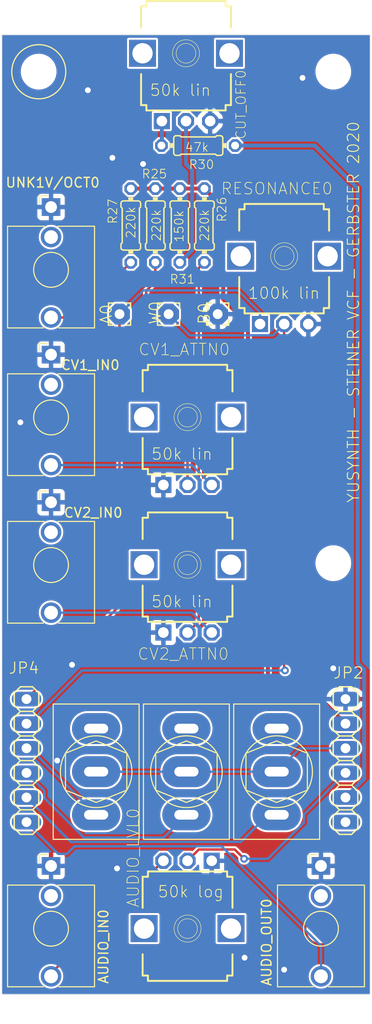
<source format=kicad_pcb>
(kicad_pcb (version 20211014) (generator pcbnew)
  (layers (0 "F.Cu" signal) (31 "B.Cu" signal) (34 "B.Paste" user) (35 "F.Paste" user) (36 "B.SilkS" user "B.Silkscreen") (37 "F.SilkS" user "F.Silkscreen") (38 "B.Mask" user) (39 "F.Mask" user) (44 "Edge.Cuts" user))
  (net 0 "")
  (net 1 "-12V")
  (net 2 "+12V")
  (net 3 "GND")
  (net 4 "/IO_RES_A")
  (net 5 "Net-(AUDIO_IN0-PadT)")
  (net 7 "/IO_AUDIO_IN")
  (net 8 "/IO_AUDIO_OUT")
  (net 10 "Net-(CUT_OFF0-Pad1)")
  (net 11 "Net-(CUT_OFF0-Pad2)")
  (net 12 "Net-(CV1_ATTN0-Pad2)")
  (net 13 "Net-(CV1_ATTN0-Pad3)")
  (net 15 "Net-(CV2_ATTN0-Pad2)")
  (net 16 "Net-(CV2_ATTN0-Pad3)")
  (net 18 "/IO_CV_IN")
  (net 19 "/IO_SELECT_IN")
  (net 20 "/IO_HP_IN")
  (net 21 "/IO_BP_IN")
  (net 22 "/IO_LP_IN")
  (net 23 "/IO_RES_B")
  (net 24 "Net-(R27-Pad2)")
  (footprint "MountingHole:MountingHole_3.2mm_M3" (layer "F.Cu") (at 163.75 110.025)
    (fp_text reference "REF**" hide)
    (fp_text value "MountingHole_3.2mm_M3" hide)
    (pad "" np_thru_hole circle (at 0 0) (size 3.2 3.2) (drill 3.2) (layers *.Cu *.Mask))
  )
  (footprint "ioboard:0204_7" (layer "F.Cu") (at 147.8661 75.1586 -90)
    (fp_text reference "R31" (at 5.5403 1.1025 180) (layer "F.SilkS") (effects (font (size 0.901446 0.901446) (thickness 0.089154)) (justify left)))
    (fp_text value "150k" (at -1.6256 0.0826 90) (layer "F.SilkS") (effects (font (size 0.901446 0.901446) (thickness 0.089154)) (justify right)))
    (pad "1" thru_hole roundrect (at -3.81 0 270) (size 1.3208 1.3208) (drill 0.8128) (layers *.Cu *.Mask) (chamfer_ratio 0.2928932188) (chamfer top_left top_right bottom_left bottom_right) (net 18 "/IO_CV_IN"))
    (pad "2" thru_hole roundrect (at 3.81 0 270) (size 1.3208 1.3208) (drill 0.8128) (layers *.Cu *.Mask) (chamfer_ratio 0.2928932188) (chamfer top_left top_right bottom_left bottom_right) (net 11 "Net-(CUT_OFF0-Pad2)"))
  )
  (footprint "Connector_Audio:Jack_3.5mm_QingPu_WQP-PJ398SM_Vertical_CircularHoles" (layer "F.Cu") (at 134.5311 141.2786)
    (fp_text reference "AUDIO_IN0" (at 5.4275 8.3203 270) (layer "F.SilkS"))
    (fp_text value "AudioJack2_SwitchT" hide)
    (pad "S" thru_hole rect (at 0 0 180) (size 1.93 1.83) (drill 1.22) (layers *.Cu *.Mask) (net 3 "GND"))
    (pad "T" thru_hole circle (at 0 11.4 180) (size 2.13 2.13) (drill 1.43) (layers *.Cu *.Mask) (net 5 "Net-(AUDIO_IN0-PadT)"))
    (pad "TN" thru_hole circle (at 0 3.1 180) (size 2.13 2.13) (drill 1.42) (layers *.Cu *.Mask))
    (zone (net 0) (net_name "") (layer "F.Cu") (connect_pads (clearance 0)) (min_thickness 0.254)
      (keepout (tracks not_allowed) (vias not_allowed) (pads not_allowed) (copperpour not_allowed) (footprints not_allowed))
      (fill (thermal_gap 0.508) (thermal_bridge_width 0.508))
      (polygon (pts (xy 136.036241 147.7586) (xy 136.01603 147.512771) (xy 135.955941 147.273545) (xy 135.857586 147.047344) (xy 135.723608 146.840245) (xy 135.557604 146.65781) (xy 135.364032 146.504936) (xy 135.148092 146.385731) (xy 134.915582 146.303394) (xy 134.672746 146.260139) (xy 134.426107 146.257125) (xy 134.182287 146.294435) (xy 133.947834 146.371066) (xy 133.729046 146.48496) (xy 133.531797 146.633058) (xy 133.361386 146.811384) (xy 133.222388 147.015148) (xy 133.118536 147.238878) (xy 133.052619 147.476565) (xy 133.026408 147.721826) (xy 133.040607 147.968075) (xy 133.094834 148.208699) (xy 133.187632 148.437234) (xy 133.316511 148.647545) (xy 133.478008 148.833982) (xy 133.667787 148.991539) (xy 133.88075 149.115985) (xy 134.111179 149.203977) (xy 134.352885 149.253153) (xy 134.599378 149.262192) (xy 134.844036 149.23085) (xy 135.080291 149.15997) (xy 135.301797 149.051456) (xy 135.502605 148.908221) (xy 135.677323 148.734112) (xy 135.821258 148.533805) (xy 135.930545 148.312679) (xy 136.002249 148.076674) (xy 136.034444 147.832126)))
    )
  )
  (footprint "ioboard:2,15_1,0" (layer "F.Cu") (at 146.7011 84.3086 90)
    (fp_text reference "W0" (at -1.143 -1.397 90) (layer "F.SilkS") (effects (font (size 1.1557 1.1557) (thickness 0.1143)) (justify left)))
    (fp_text value "2,15/1,0" (at 0 -1 90) (layer "F.SilkS") (effects (font (size 0.023531 0.023531) (thickness 0.001869)) (justify left)))
    (pad "1" thru_hole roundrect (at 0 0 90) (size 2.159 2.159) (drill 1.016) (layers *.Cu *.Mask) (chamfer_ratio 0.2928932188) (chamfer top_left top_right bottom_left bottom_right) (net 23 "/IO_RES_B"))
  )
  (footprint "ioboard:EVUF" (layer "F.Cu") (at 148.6611 110.1836)
    (fp_text reference "CV2_ATTN0" (at 4.345 9.215) (layer "F.SilkS") (effects (font (size 1.191484 1.191484) (thickness 0.078516)) (justify right)))
    (fp_text value "50k lin" (at -3.81 3.81) (layer "F.SilkS") (effects (font (size 1.176528 1.176528) (thickness 0.093472)) (justify left)))
    (pad "1" thru_hole rect (at -2.5 7 270) (size 1.6764 1.6764) (drill 1.1) (layers *.Cu *.Mask) (net 3 "GND"))
    (pad "2" thru_hole roundrect (at 0 7 270) (size 1.6764 1.6764) (drill 1.1) (layers *.Cu *.Mask) (chamfer_ratio 0.2928932188) (chamfer top_left top_right bottom_left bottom_right) (net 15 "Net-(CV2_ATTN0-Pad2)"))
    (pad "3" thru_hole roundrect (at 2.5 7 270) (size 1.6764 1.6764) (drill 1.1) (layers *.Cu *.Mask) (chamfer_ratio 0.2928932188) (chamfer top_left top_right bottom_left bottom_right) (net 16 "Net-(CV2_ATTN0-Pad3)"))
    (pad "M1" thru_hole rect (at 4.5 0 270) (size 2.8 2.8) (drill 2.1) (layers *.Cu *.Mask))
    (pad "M2" thru_hole rect (at -4.5 0 270) (size 2.8 2.8) (drill 2.1) (layers *.Cu *.Mask))
  )
  (footprint "ioboard:EVUF" (layer "F.Cu") (at 148.6611 147.7486 180)
    (fp_text reference "AUDIO_LVL0" (at 5.6275 2.1297 90) (layer "F.SilkS") (effects (font (size 1.191484 1.191484) (thickness 0.078516)) (justify left)))
    (fp_text value "50k log" (at -3.81 3.81) (layer "F.SilkS") (effects (font (size 1.176528 1.176528) (thickness 0.093472)) (justify right)))
    (pad "1" thru_hole rect (at -2.5 7 90) (size 1.6764 1.6764) (drill 1.1) (layers *.Cu *.Mask) (net 3 "GND"))
    (pad "2" thru_hole roundrect (at 0 7 90) (size 1.6764 1.6764) (drill 1.1) (layers *.Cu *.Mask) (chamfer_ratio 0.2928932188) (chamfer top_left top_right bottom_left bottom_right) (net 7 "/IO_AUDIO_IN"))
    (pad "3" thru_hole roundrect (at 2.5 7 90) (size 1.6764 1.6764) (drill 1.1) (layers *.Cu *.Mask) (chamfer_ratio 0.2928932188) (chamfer top_left top_right bottom_left bottom_right) (net 5 "Net-(AUDIO_IN0-PadT)"))
    (pad "M1" thru_hole rect (at 4.5 0 90) (size 2.8 2.8) (drill 2.1) (layers *.Cu *.Mask))
    (pad "M2" thru_hole rect (at -4.5 0 90) (size 2.8 2.8) (drill 2.1) (layers *.Cu *.Mask))
  )
  (footprint "Library:SW_Toggle_Blue_wSlots" (layer "F.Cu") (at 148.5425 131.55 90)
    (fp_text reference "SW2" hide)
    (fp_text value "SW_SPDT" hide)
    (pad "1" thru_hole oval (at -4.45 0 90) (size 3.2 5) (drill oval 1 2.5) (layers *.Cu) (net 21 "/IO_BP_IN"))
    (pad "2" thru_hole oval (at 0 0 90) (size 3.2 5) (drill oval 1 2.5) (layers *.Cu) (net 19 "/IO_SELECT_IN"))
    (pad "3" thru_hole oval (at 4.45 0 90) (size 3.2 5) (drill oval 1 2.5) (layers *.Cu))
  )
  (footprint "ioboard:0204_7" (layer "F.Cu") (at 150.4061 75.1586 -90)
    (fp_text reference "R26" (at -0.295 -1.8096 90) (layer "F.SilkS") (effects (font (size 0.901446 0.901446) (thickness 0.089154)) (justify left)))
    (fp_text value "220k" (at -1.7256 -0.0174 90) (layer "F.SilkS") (effects (font (size 0.901446 0.901446) (thickness 0.089154)) (justify right)))
    (pad "1" thru_hole roundrect (at -3.81 0 270) (size 1.3208 1.3208) (drill 0.8128) (layers *.Cu *.Mask) (chamfer_ratio 0.2928932188) (chamfer top_left top_right bottom_left bottom_right) (net 18 "/IO_CV_IN"))
    (pad "2" thru_hole roundrect (at 3.81 0 270) (size 1.3208 1.3208) (drill 0.8128) (layers *.Cu *.Mask) (chamfer_ratio 0.2928932188) (chamfer top_left top_right bottom_left bottom_right) (net 15 "Net-(CV2_ATTN0-Pad2)"))
  )
  (footprint "ioboard:1X06" (layer "F.Cu") (at 131.9911 130.4036 90)
    (fp_text reference "JP4" (at 9.55 1.38) (layer "F.SilkS") (effects (font (size 1.1557 1.1557) (thickness 0.1143)) (justify right)))
    (fp_text value "PINHD-1X6" hide)
    (pad "1" thru_hole oval (at -6.35 0 180) (size 3.048 1.524) (drill 1.016) (layers *.Cu *.Mask) (net 8 "/IO_AUDIO_OUT"))
    (pad "2" thru_hole oval (at -3.81 0 180) (size 3.048 1.524) (drill 1.016) (layers *.Cu *.Mask) (net 20 "/IO_HP_IN"))
    (pad "3" thru_hole oval (at -1.27 0 180) (size 3.048 1.524) (drill 1.016) (layers *.Cu *.Mask) (net 21 "/IO_BP_IN"))
    (pad "4" thru_hole oval (at 1.27 0 180) (size 3.048 1.524) (drill 1.016) (layers *.Cu *.Mask) (net 22 "/IO_LP_IN"))
    (pad "5" thru_hole oval (at 3.81 0 180) (size 3.048 1.524) (drill 1.016) (layers *.Cu *.Mask) (net 23 "/IO_RES_B"))
    (pad "6" thru_hole oval (at 6.35 0 180) (size 3.048 1.524) (drill 1.016) (layers *.Cu *.Mask) (net 4 "/IO_RES_A"))
  )
  (footprint "ioboard:2,15_1,0" (layer "F.Cu") (at 141.6211 84.3086 90)
    (fp_text reference "A0" (at -1.143 -1.397 90) (layer "F.SilkS") (effects (font (size 1.1557 1.1557) (thickness 0.1143)) (justify left)))
    (fp_text value "2,15/1,0" (at 0 -1 90) (layer "F.SilkS") (effects (font (size 0.023531 0.023531) (thickness 0.001869)) (justify left)))
    (pad "1" thru_hole roundrect (at 0 0 90) (size 2.159 2.159) (drill 1.016) (layers *.Cu *.Mask) (chamfer_ratio 0.2928932188) (chamfer top_left top_right bottom_left bottom_right) (net 4 "/IO_RES_A"))
  )
  (footprint "MountingHole:MountingHole_3.2mm_M3" (layer "F.Cu") (at 133.25 59.275)
    (fp_text reference "REF**" hide)
    (fp_text value "MountingHole_3.2mm_M3" hide)
    (pad "" np_thru_hole circle (at 0 0) (size 3.2 3.2) (drill 3.2) (layers *.Cu *.Mask))
  )
  (footprint "ioboard:EVUF" (layer "F.Cu") (at 148.6611 94.9436)
    (fp_text reference "CV1_ATTN0" (at 4.445 -6.985) (layer "F.SilkS") (effects (font (size 1.191484 1.191484) (thickness 0.078516)) (justify right)))
    (fp_text value "50k lin" (at -3.81 3.81) (layer "F.SilkS") (effects (font (size 1.176528 1.176528) (thickness 0.093472)) (justify left)))
    (pad "1" thru_hole rect (at -2.5 7 270) (size 1.6764 1.6764) (drill 1.1) (layers *.Cu *.Mask) (net 3 "GND"))
    (pad "2" thru_hole roundrect (at 0 7 270) (size 1.6764 1.6764) (drill 1.1) (layers *.Cu *.Mask) (chamfer_ratio 0.2928932188) (chamfer top_left top_right bottom_left bottom_right) (net 12 "Net-(CV1_ATTN0-Pad2)"))
    (pad "3" thru_hole roundrect (at 2.5 7 270) (size 1.6764 1.6764) (drill 1.1) (layers *.Cu *.Mask) (chamfer_ratio 0.2928932188) (chamfer top_left top_right bottom_left bottom_right) (net 13 "Net-(CV1_ATTN0-Pad3)"))
    (pad "M1" thru_hole rect (at 4.5 0 270) (size 2.8 2.8) (drill 2.1) (layers *.Cu *.Mask))
    (pad "M2" thru_hole rect (at -4.5 0 270) (size 2.8 2.8) (drill 2.1) (layers *.Cu *.Mask))
  )
  (footprint "ioboard:EVUF" (layer "F.Cu") (at 148.5011 57.3786)
    (fp_text reference "CUT_OFF0" (at 5.6875 1.6453 90) (layer "F.SilkS") (effects (font (size 0.988284 0.988284) (thickness 0.078516)) (justify right)))
    (fp_text value "50k lin" (at -3.81 3.81) (layer "F.SilkS") (effects (font (size 1.176528 1.176528) (thickness 0.093472)) (justify left)))
    (pad "1" thru_hole rect (at -2.5 7 270) (size 1.6764 1.6764) (drill 1.1) (layers *.Cu *.Mask) (net 10 "Net-(CUT_OFF0-Pad1)"))
    (pad "2" thru_hole roundrect (at 0 7 270) (size 1.6764 1.6764) (drill 1.1) (layers *.Cu *.Mask) (chamfer_ratio 0.2928932188) (chamfer top_left top_right bottom_left bottom_right) (net 11 "Net-(CUT_OFF0-Pad2)"))
    (pad "3" thru_hole roundrect (at 2.5 7 270) (size 1.6764 1.6764) (drill 1.1) (layers *.Cu *.Mask) (chamfer_ratio 0.2928932188) (chamfer top_left top_right bottom_left bottom_right) (net 3 "GND"))
    (pad "M1" thru_hole rect (at 4.5 0 270) (size 2.8 2.8) (drill 2.1) (layers *.Cu *.Mask))
    (pad "M2" thru_hole rect (at -4.5 0 270) (size 2.8 2.8) (drill 2.1) (layers *.Cu *.Mask))
  )
  (footprint "Library:SW_Toggle_Blue_wSlots" (layer "F.Cu") (at 139.2 131.55 90)
    (fp_text reference "SW1" hide)
    (fp_text value "SW_SPDT" hide)
    (pad "1" thru_hole oval (at -4.45 0 90) (size 3.2 5) (drill oval 1 2.5) (layers *.Cu) (net 22 "/IO_LP_IN"))
    (pad "2" thru_hole oval (at 0 0 90) (size 3.2 5) (drill oval 1 2.5) (layers *.Cu) (net 19 "/IO_SELECT_IN"))
    (pad "3" thru_hole oval (at 4.45 0 90) (size 3.2 5) (drill oval 1 2.5) (layers *.Cu))
  )
  (footprint "ioboard:0204_7" (layer "F.Cu") (at 145.3261 75.1586 -90)
    (fp_text reference "R25" (at -5.3197 1.4625 180) (layer "F.SilkS") (effects (font (size 0.901446 0.901446) (thickness 0.089154)) (justify left)))
    (fp_text value "220k" (at -1.7256 -0.1174 90) (layer "F.SilkS") (effects (font (size 0.901446 0.901446) (thickness 0.089154)) (justify right)))
    (pad "1" thru_hole roundrect (at -3.81 0 270) (size 1.3208 1.3208) (drill 0.8128) (layers *.Cu *.Mask) (chamfer_ratio 0.2928932188) (chamfer top_left top_right bottom_left bottom_right) (net 18 "/IO_CV_IN"))
    (pad "2" thru_hole roundrect (at 3.81 0 270) (size 1.3208 1.3208) (drill 0.8128) (layers *.Cu *.Mask) (chamfer_ratio 0.2928932188) (chamfer top_left top_right bottom_left bottom_right) (net 12 "Net-(CV1_ATTN0-Pad2)"))
  )
  (footprint "Connector_Audio:Jack_3.5mm_QingPu_WQP-PJ398SM_Vertical_CircularHoles" (layer "F.Cu") (at 134.5311 73.2536)
    (fp_text reference "UNK1V/OCT0" (at 0.17 -2.52 180) (layer "F.SilkS"))
    (fp_text value "WQP-PJ301M-12_JACK" hide)
    (pad "S" thru_hole rect (at 0 0 180) (size 1.93 1.83) (drill 1.22) (layers *.Cu *.Mask) (net 3 "GND"))
    (pad "T" thru_hole circle (at 0 11.4 180) (size 2.13 2.13) (drill 1.43) (layers *.Cu *.Mask) (net 24 "Net-(R27-Pad2)"))
    (pad "TN" thru_hole circle (at 0 3.1 180) (size 2.13 2.13) (drill 1.42) (layers *.Cu *.Mask))
    (zone (net 0) (net_name "") (layer "F.Cu") (connect_pads (clearance 0)) (min_thickness 0.254)
      (keepout (tracks not_allowed) (vias not_allowed) (pads not_allowed) (copperpour not_allowed) (footprints not_allowed))
      (fill (thermal_gap 0.508) (thermal_bridge_width 0.508))
      (polygon (pts (xy 136.036241 79.7336) (xy 136.01603 79.487771) (xy 135.955941 79.248545) (xy 135.857586 79.022344) (xy 135.723608 78.815245) (xy 135.557604 78.63281) (xy 135.364032 78.479936) (xy 135.148092 78.360731) (xy 134.915582 78.278394) (xy 134.672746 78.235139) (xy 134.426107 78.232125) (xy 134.182287 78.269435) (xy 133.947834 78.346066) (xy 133.729046 78.45996) (xy 133.531797 78.608058) (xy 133.361386 78.786384) (xy 133.222388 78.990148) (xy 133.118536 79.213878) (xy 133.052619 79.451565) (xy 133.026408 79.696826) (xy 133.040607 79.943075) (xy 133.094834 80.183699) (xy 133.187632 80.412234) (xy 133.316511 80.622545) (xy 133.478008 80.808982) (xy 133.667787 80.966539) (xy 133.88075 81.090985) (xy 134.111179 81.178977) (xy 134.352885 81.228153) (xy 134.599378 81.237192) (xy 134.844036 81.20585) (xy 135.080291 81.13497) (xy 135.301797 81.026456) (xy 135.502605 80.883221) (xy 135.677323 80.709112) (xy 135.821258 80.508805) (xy 135.930545 80.287679) (xy 136.002249 80.051674) (xy 136.034444 79.807126)))
    )
  )
  (footprint "Connector_Audio:Jack_3.5mm_QingPu_WQP-PJ398SM_Vertical_CircularHoles" (layer "F.Cu") (at 134.5311 88.4936)
    (fp_text reference "CV1_IN0" (at 4.07 1.08 180) (layer "F.SilkS"))
    (fp_text value "AudioJack2_SwitchT" hide)
    (pad "S" thru_hole rect (at 0 0 180) (size 1.93 1.83) (drill 1.22) (layers *.Cu *.Mask) (net 3 "GND"))
    (pad "T" thru_hole circle (at 0 11.4 180) (size 2.13 2.13) (drill 1.43) (layers *.Cu *.Mask) (net 13 "Net-(CV1_ATTN0-Pad3)"))
    (pad "TN" thru_hole circle (at 0 3.1 180) (size 2.13 2.13) (drill 1.42) (layers *.Cu *.Mask))
    (zone (net 0) (net_name "") (layer "F.Cu") (connect_pads (clearance 0)) (min_thickness 0.254)
      (keepout (tracks not_allowed) (vias not_allowed) (pads not_allowed) (copperpour not_allowed) (footprints not_allowed))
      (fill (thermal_gap 0.508) (thermal_bridge_width 0.508))
      (polygon (pts (xy 136.036241 94.9736) (xy 136.01603 94.727771) (xy 135.955941 94.488545) (xy 135.857586 94.262344) (xy 135.723608 94.055245) (xy 135.557604 93.87281) (xy 135.364032 93.719936) (xy 135.148092 93.600731) (xy 134.915582 93.518394) (xy 134.672746 93.475139) (xy 134.426107 93.472125) (xy 134.182287 93.509435) (xy 133.947834 93.586066) (xy 133.729046 93.69996) (xy 133.531797 93.848058) (xy 133.361386 94.026384) (xy 133.222388 94.230148) (xy 133.118536 94.453878) (xy 133.052619 94.691565) (xy 133.026408 94.936826) (xy 133.040607 95.183075) (xy 133.094834 95.423699) (xy 133.187632 95.652234) (xy 133.316511 95.862545) (xy 133.478008 96.048982) (xy 133.667787 96.206539) (xy 133.88075 96.330985) (xy 134.111179 96.418977) (xy 134.352885 96.468153) (xy 134.599378 96.477192) (xy 134.844036 96.44585) (xy 135.080291 96.37497) (xy 135.301797 96.266456) (xy 135.502605 96.123221) (xy 135.677323 95.949112) (xy 135.821258 95.748805) (xy 135.930545 95.527679) (xy 136.002249 95.291674) (xy 136.034444 95.047126)))
    )
  )
  (footprint "Connector_Audio:Jack_3.5mm_QingPu_WQP-PJ398SM_Vertical_CircularHoles" (layer "F.Cu") (at 162.4711 141.2786)
    (fp_text reference "AUDIO_OUT0" (at -5.63 7.88 270) (layer "F.SilkS"))
    (fp_text value "WQP-PJ301M-12_JACK" hide)
    (pad "S" thru_hole rect (at 0 0 180) (size 1.93 1.83) (drill 1.22) (layers *.Cu *.Mask) (net 3 "GND"))
    (pad "T" thru_hole circle (at 0 11.4 180) (size 2.13 2.13) (drill 1.43) (layers *.Cu *.Mask) (net 8 "/IO_AUDIO_OUT"))
    (pad "TN" thru_hole circle (at 0 3.1 180) (size 2.13 2.13) (drill 1.42) (layers *.Cu *.Mask))
    (zone (net 0) (net_name "") (layer "F.Cu") (connect_pads (clearance 0)) (min_thickness 0.254)
      (keepout (tracks not_allowed) (vias not_allowed) (pads not_allowed) (copperpour not_allowed) (footprints not_allowed))
      (fill (thermal_gap 0.508) (thermal_bridge_width 0.508))
      (polygon (pts (xy 163.976241 147.7586) (xy 163.95603 147.512771) (xy 163.895941 147.273545) (xy 163.797586 147.047344) (xy 163.663608 146.840245) (xy 163.497604 146.65781) (xy 163.304032 146.504936) (xy 163.088092 146.385731) (xy 162.855582 146.303394) (xy 162.612746 146.260139) (xy 162.366107 146.257125) (xy 162.122287 146.294435) (xy 161.887834 146.371066) (xy 161.669046 146.48496) (xy 161.471797 146.633058) (xy 161.301386 146.811384) (xy 161.162388 147.015148) (xy 161.058536 147.238878) (xy 160.992619 147.476565) (xy 160.966408 147.721826) (xy 160.980607 147.968075) (xy 161.034834 148.208699) (xy 161.127632 148.437234) (xy 161.256511 148.647545) (xy 161.418008 148.833982) (xy 161.607787 148.991539) (xy 161.82075 149.115985) (xy 162.051179 149.203977) (xy 162.292885 149.253153) (xy 162.539378 149.262192) (xy 162.784036 149.23085) (xy 163.020291 149.15997) (xy 163.241797 149.051456) (xy 163.442605 148.908221) (xy 163.617323 148.734112) (xy 163.761258 148.533805) (xy 163.870545 148.312679) (xy 163.942249 148.076674) (xy 163.974444 147.832126)))
    )
  )
  (footprint "ioboard:0204_7" (layer "F.Cu") (at 149.7711 66.9036)
    (fp_text reference "R30" (at 1.705 1.965) (layer "F.SilkS") (effects (font (size 0.901446 0.901446) (thickness 0.089154)) (justify right)))
    (fp_text value "47k" (at -1.4256 0.1826) (layer "F.SilkS") (effects (font (size 0.901446 0.901446) (thickness 0.089154)) (justify left)))
    (pad "1" thru_hole roundrect (at -3.81 0) (size 1.3208 1.3208) (drill 0.8128) (layers *.Cu *.Mask) (chamfer_ratio 0.2928932188) (chamfer top_left top_right bottom_left bottom_right) (net 10 "Net-(CUT_OFF0-Pad1)"))
    (pad "2" thru_hole roundrect (at 3.81 0) (size 1.3208 1.3208) (drill 0.8128) (layers *.Cu *.Mask) (chamfer_ratio 0.2928932188) (chamfer top_left top_right bottom_left bottom_right) (net 2 "+12V"))
  )
  (footprint "Connector_Audio:Jack_3.5mm_QingPu_WQP-PJ398SM_Vertical_CircularHoles" (layer "F.Cu") (at 134.5311 103.7336)
    (fp_text reference "CV2_IN0" (at 4.37 1.08 180) (layer "F.SilkS"))
    (fp_text value "WQP-PJ301M-12_JACK" hide)
    (pad "S" thru_hole rect (at 0 0 180) (size 1.93 1.83) (drill 1.22) (layers *.Cu *.Mask) (net 3 "GND"))
    (pad "T" thru_hole circle (at 0 11.4 180) (size 2.13 2.13) (drill 1.43) (layers *.Cu *.Mask) (net 16 "Net-(CV2_ATTN0-Pad3)"))
    (pad "TN" thru_hole circle (at 0 3.1 180) (size 2.13 2.13) (drill 1.42) (layers *.Cu *.Mask))
    (zone (net 0) (net_name "") (layer "F.Cu") (connect_pads (clearance 0)) (min_thickness 0.254)
      (keepout (tracks not_allowed) (vias not_allowed) (pads not_allowed) (copperpour not_allowed) (footprints not_allowed))
      (fill (thermal_gap 0.508) (thermal_bridge_width 0.508))
      (polygon (pts (xy 136.036241 110.2136) (xy 136.01603 109.967771) (xy 135.955941 109.728545) (xy 135.857586 109.502344) (xy 135.723608 109.295245) (xy 135.557604 109.11281) (xy 135.364032 108.959936) (xy 135.148092 108.840731) (xy 134.915582 108.758394) (xy 134.672746 108.715139) (xy 134.426107 108.712125) (xy 134.182287 108.749435) (xy 133.947834 108.826066) (xy 133.729046 108.93996) (xy 133.531797 109.088058) (xy 133.361386 109.266384) (xy 133.222388 109.470148) (xy 133.118536 109.693878) (xy 133.052619 109.931565) (xy 133.026408 110.176826) (xy 133.040607 110.423075) (xy 133.094834 110.663699) (xy 133.187632 110.892234) (xy 133.316511 111.102545) (xy 133.478008 111.288982) (xy 133.667787 111.446539) (xy 133.88075 111.570985) (xy 134.111179 111.658977) (xy 134.352885 111.708153) (xy 134.599378 111.717192) (xy 134.844036 111.68585) (xy 135.080291 111.61497) (xy 135.301797 111.506456) (xy 135.502605 111.363221) (xy 135.677323 111.189112) (xy 135.821258 110.988805) (xy 135.930545 110.767679) (xy 136.002249 110.531674) (xy 136.034444 110.287126)))
    )
  )
  (footprint "ioboard:1X06" (layer "F.Cu") (at 165.0111 130.4036 -90)
    (fp_text reference "JP2" (at -9.055 1.33 180) (layer "F.SilkS") (effects (font (size 1.1557 1.1557) (thickness 0.1143)) (justify left)))
    (fp_text value "PINHD-1X6" hide)
    (pad "1" thru_hole oval (at -6.35 0) (size 3.048 1.524) (drill 1.016) (layers *.Cu *.Mask) (net 3 "GND"))
    (pad "2" thru_hole oval (at -3.81 0) (size 3.048 1.524) (drill 1.016) (layers *.Cu *.Mask) (net 18 "/IO_CV_IN"))
    (pad "3" thru_hole oval (at -1.27 0) (size 3.048 1.524) (drill 1.016) (layers *.Cu *.Mask) (net 19 "/IO_SELECT_IN"))
    (pad "4" thru_hole oval (at 1.27 0) (size 3.048 1.524) (drill 1.016) (layers *.Cu *.Mask) (net 7 "/IO_AUDIO_IN"))
    (pad "5" thru_hole oval (at 3.81 0) (size 3.048 1.524) (drill 1.016) (layers *.Cu *.Mask) (net 2 "+12V"))
    (pad "6" thru_hole oval (at 6.35 0) (size 3.048 1.524) (drill 1.016) (layers *.Cu *.Mask) (net 1 "-12V"))
  )
  (footprint "Library:SW_Toggle_Blue_wSlots" (layer "F.Cu") (at 157.885 131.55 90)
    (fp_text reference "SW3" hide)
    (fp_text value "SW_SPDT" hide)
    (pad "1" thru_hole oval (at -4.45 0 90) (size 3.2 5) (drill oval 1 2.5) (layers *.Cu) (net 20 "/IO_HP_IN"))
    (pad "2" thru_hole oval (at 0 0 90) (size 3.2 5) (drill oval 1 2.5) (layers *.Cu) (net 19 "/IO_SELECT_IN"))
    (pad "3" thru_hole oval (at 4.45 0 90) (size 3.2 5) (drill oval 1 2.5) (layers *.Cu))
  )
  (footprint "ioboard:2,15_1,0" (layer "F.Cu") (at 151.7811 84.3086 90)
    (fp_text reference "B0" (at -1.143 -1.397 90) (layer "F.SilkS") (effects (font (size 1.1557 1.1557) (thickness 0.1143)) (justify left)))
    (fp_text value "2,15/1,0" (at 0 -1 90) (layer "F.SilkS") (effects (font (size 0.023531 0.023531) (thickness 0.001869)) (justify left)))
    (pad "1" thru_hole roundrect (at 0 0 90) (size 2.159 2.159) (drill 1.016) (layers *.Cu *.Mask) (chamfer_ratio 0.2928932188) (chamfer top_left top_right bottom_left bottom_right) (net 3 "GND"))
  )
  (footprint "ioboard:EVUF" (layer "F.Cu") (at 158.6611 78.3336)
    (fp_text reference "RESONANCE0" (at 5.08 -6.985) (layer "F.SilkS") (effects (font (size 1.191484 1.191484) (thickness 0.078516)) (justify right)))
    (fp_text value "100k lin" (at -3.81 3.81) (layer "F.SilkS") (effects (font (size 1.176528 1.176528) (thickness 0.093472)) (justify left)))
    (pad "1" thru_hole rect (at -2.5 7 270) (size 1.6764 1.6764) (drill 1.1) (layers *.Cu *.Mask) (net 4 "/IO_RES_A"))
    (pad "2" thru_hole roundrect (at 0 7 270) (size 1.6764 1.6764) (drill 1.1) (layers *.Cu *.Mask) (chamfer_ratio 0.2928932188) (chamfer top_left top_right bottom_left bottom_right) (net 23 "/IO_RES_B"))
    (pad "3" thru_hole roundrect (at 2.5 7 270) (size 1.6764 1.6764) (drill 1.1) (layers *.Cu *.Mask) (chamfer_ratio 0.2928932188) (chamfer top_left top_right bottom_left bottom_right) (net 3 "GND"))
    (pad "M1" thru_hole rect (at 4.5 0 270) (size 2.8 2.8) (drill 2.1) (layers *.Cu *.Mask))
    (pad "M2" thru_hole rect (at -4.5 0 270) (size 2.8 2.8) (drill 2.1) (layers *.Cu *.Mask))
  )
  (footprint "ioboard:0204_7" (layer "F.Cu") (at 142.7861 75.1586 -90)
    (fp_text reference "R27" (at -0.095 1.865 90) (layer "F.SilkS") (effects (font (size 0.901446 0.901446) (thickness 0.089154)) (justify left)))
    (fp_text value "220k" (at -2.0256 -0.0174 90) (layer "F.SilkS") (effects (font (size 0.901446 0.901446) (thickness 0.089154)) (justify right)))
    (pad "1" thru_hole roundrect (at -3.81 0 270) (size 1.3208 1.3208) (drill 0.8128) (layers *.Cu *.Mask) (chamfer_ratio 0.2928932188) (chamfer top_left top_right bottom_left bottom_right) (net 18 "/IO_CV_IN"))
    (pad "2" thru_hole roundrect (at 3.81 0 270) (size 1.3208 1.3208) (drill 0.8128) (layers *.Cu *.Mask) (chamfer_ratio 0.2928932188) (chamfer top_left top_right bottom_left bottom_right) (net 24 "Net-(R27-Pad2)"))
  )
  (footprint "MountingHole:MountingHole_3.2mm_M3" (layer "F.Cu") (at 163.75 59.275)
    (fp_text reference "REF**" hide)
    (fp_text value "MountingHole_3.2mm_M3" hide)
    (pad "" np_thru_hole circle (at 0 0) (size 3.2 3.2) (drill 3.2) (layers *.Cu *.Mask))
  )
  (gr_circle (center 133.2611 59.2836) (end 136.0551 59.2836) (layer "F.SilkS") (width 0.127) (fill none))
  (gr_line (start 129.4511 154.5336) (end 129.4511 55.4736) (layer "Edge.Cuts") (width 0.05))
  (gr_line (start 129.4511 154.5336) (end 167.5511 154.5336) (layer "Edge.Cuts") (width 0.05))
  (gr_line (start 167.5511 154.5336) (end 167.5511 55.4736) (layer "Edge.Cuts") (width 0.05))
  (gr_line (start 129.4511 55.4736) (end 167.5511 55.4736) (layer "Edge.Cuts") (width 0.05))
  (gr_text "YUSYNTH - STEINER VCF - GERBSTER 2020" (at 166.5161 103.8536 90) (layer "F.SilkS") (effects (font (size 1.1684 1.1684) (thickness 0.1016)) (justify left bottom)))
  (segment (start 166.2811 116.7089) (end 166.2811 120.369233) (width 0.4064) (layer "B.Cu") (net 2))
  (segment (start 157.3911 66.9036) (end 161.8361 66.9036) (width 0.4064) (layer "B.Cu") (net 2))
  (segment (start 166.2811 105.0036) (end 166.2811 116.7089) (width 0.4064) (layer "B.Cu") (net 2))
  (segment (start 166.9415 121.029633) (end 166.9415 132.2832) (width 0.4064) (layer "B.Cu") (net 2))
  (segment (start 161.8361 66.9036) (end 166.2811 71.3486) (width 0.4064) (layer "B.Cu") (net 2))
  (segment (start 166.9415 132.2832) (end 165.0111 134.2136) (width 0.4064) (layer "B.Cu") (net 2))
  (segment (start 166.2811 120.369233) (end 166.9415 121.029633) (width 0.4064) (layer "B.Cu") (net 2))
  (segment (start 166.2811 71.3486) (end 166.2811 105.0036) (width 0.4064) (layer "B.Cu") (net 2))
  (segment (start 153.5811 66.9036) (end 157.3911 66.9036) (width 0.4064) (layer "B.Cu") (net 2))
  (via (at 141.361965 141.536893) (size 1.0064) (drill 0.6) (layers "F.Cu" "B.Cu") (net 3))
  (via (at 163.7411 120.8786) (size 1.0064) (drill 0.6) (layers "F.Cu" "B.Cu") (net 3))
  (via (at 160.5661 59.9186) (size 1.0064) (drill 0.6) (layers "F.Cu" "B.Cu") (net 3))
  (via (at 140.8811 68.1736) (size 1.0064) (drill 0.6) (layers "F.Cu" "B.Cu") (net 3))
  (via (at 135.1661 130.4036) (size 1.0064) (drill 0.6) (layers "F.Cu" "B.Cu") (net 3))
  (via (at 144.0561 68.8086) (size 1.0064) (drill 0.6) (layers "F.Cu" "B.Cu") (net 3))
  (via (at 131.3561 95.4786) (size 1.0064) (drill 0.6) (layers "F.Cu" "B.Cu") (net 3))
  (via (at 154.5661 150.7536) (size 1.0064) (drill 0.6) (layers "F.Cu" "B.Cu") (net 3))
  (via (at 158.6611 151.9936) (size 1.0064) (drill 0.6) (layers "F.Cu" "B.Cu") (net 3))
  (via (at 136.706136 120.513636) (size 1.0064) (drill 0.6) (layers "F.Cu" "B.Cu") (net 3))
  (via (at 138.3411 61.1886) (size 1.0064) (drill 0.6) (layers "F.Cu" "B.Cu") (net 3))
  (segment (start 141.6211 84.3086) (end 141.6211 114.4236) (width 0.25) (layer "F.Cu") (net 4))
  (segment (start 141.6211 114.4236) (end 131.9911 124.0536) (width 0.25) (layer "F.Cu") (net 4))
  (segment (start 156.1611 85.3336) (end 156.1611 84.1211) (width 0.25) (layer "B.Cu") (net 4))
  (segment (start 156.1611 84.1211) (end 153.9 81.86) (width 0.25) (layer "B.Cu") (net 4))
  (segment (start 153.9 81.86) (end 144.0697 81.86) (width 0.25) (layer "B.Cu") (net 4))
  (segment (start 144.0697 81.86) (end 141.6211 84.3086) (width 0.25) (layer "B.Cu") (net 4))
  (segment (start 134.5311 152.3786) (end 134.5311 152.6786) (width 0.25) (layer "F.Cu") (net 5))
  (segment (start 146.1611 140.7486) (end 134.5311 152.3786) (width 0.25) (layer "F.Cu") (net 5))
  (segment (start 153.551325 139.5822) (end 149.8275 139.5822) (width 0.25) (layer "F.Cu") (net 7))
  (segment (start 149.8275 139.5822) (end 148.6611 140.7486) (width 0.25) (layer "F.Cu") (net 7))
  (segment (start 154.514796 140.545671) (end 153.551325 139.5822) (width 0.25) (layer "F.Cu") (net 7))
  (via (at 154.514796 140.545671) (size 0.8) (drill 0.4) (layers "F.Cu" "B.Cu") (net 7))
  (segment (start 156.966216 140.545671) (end 154.514796 140.545671) (width 0.25) (layer "B.Cu") (net 7))
  (segment (start 160.7132 136.798687) (end 156.966216 140.545671) (width 0.25) (layer "B.Cu") (net 7))
  (segment (start 160.7132 135.9715) (end 160.7132 136.798687) (width 0.25) (layer "B.Cu") (net 7))
  (segment (start 165.0111 131.6736) (end 160.7132 135.9715) (width 0.25) (layer "B.Cu") (net 7))
  (segment (start 162.4711 149.5311) (end 162.4711 152.6786) (width 0.25) (layer "B.Cu") (net 8))
  (segment (start 135.2729 140.0354) (end 136.1793 140.0354) (width 0.25) (layer "B.Cu") (net 8))
  (segment (start 136.1793 140.0354) (end 136.9647 139.25) (width 0.25) (layer "B.Cu") (net 8))
  (segment (start 131.9911 136.7536) (end 135.2729 140.0354) (width 0.25) (layer "B.Cu") (net 8))
  (segment (start 136.9647 139.25) (end 152.19 139.25) (width 0.25) (layer "B.Cu") (net 8))
  (segment (start 152.19 139.25) (end 162.4711 149.5311) (width 0.25) (layer "B.Cu") (net 8))
  (segment (start 146.0011 66.9036) (end 145.9611 66.9036) (width 0.4064) (layer "B.Cu") (net 10))
  (segment (start 146.0011 64.3786) (end 146.0011 66.9036) (width 0.4064) (layer "B.Cu") (net 10))
  (segment (start 149.1361 77.6986) (end 147.8661 78.9686) (width 0.4064) (layer "B.Cu") (net 11))
  (segment (start 148.5011 64.3786) (end 148.5011 68.8086) (width 0.4064) (layer "B.Cu") (net 11))
  (segment (start 149.1361 69.4436) (end 149.1361 77.6986) (width 0.4064) (layer "B.Cu") (net 11))
  (segment (start 148.5011 68.8086) (end 149.1361 69.4436) (width 0.4064) (layer "B.Cu") (net 11))
  (segment (start 145.3261 80.9639) (end 144.38 81.91) (width 0.25) (layer "F.Cu") (net 12))
  (segment (start 145.3261 78.9686) (end 145.3261 80.9639) (width 0.25) (layer "F.Cu") (net 12))
  (segment (start 148.6611 95.9872) (end 148.6611 101.9436) (width 0.25) (layer "F.Cu") (net 12))
  (segment (start 144.38 81.91) (end 144.38 91.7061) (width 0.25) (layer "F.Cu") (net 12))
  (segment (start 144.38 91.7061) (end 148.6611 95.9872) (width 0.25) (layer "F.Cu") (net 12))
  (segment (start 149.1111 99.8936) (end 151.1611 101.9436) (width 0.25) (layer "B.Cu") (net 13))
  (segment (start 134.5311 99.8936) (end 149.1111 99.8936) (width 0.25) (layer "B.Cu") (net 13))
  (segment (start 150.4061 78.9686) (end 149.8275 79.5472) (width 0.25) (layer "F.Cu") (net 15))
  (segment (start 149.8275 116.0172) (end 148.6611 117.1836) (width 0.25) (layer "F.Cu") (net 15))
  (segment (start 149.8275 79.5472) (end 149.8275 116.0172) (width 0.25) (layer "F.Cu") (net 15))
  (segment (start 134.5311 115.1336) (end 149.1111 115.1336) (width 0.25) (layer "B.Cu") (net 16))
  (segment (start 149.1111 115.1336) (end 151.1611 117.1836) (width 0.25) (layer "B.Cu") (net 16))
  (segment (start 142.7861 71.3486) (end 145.3261 71.3486) (width 0.4064) (layer "F.Cu") (net 18))
  (segment (start 160.9575 122.54) (end 165.0111 126.5936) (width 0.4064) (layer "F.Cu") (net 18))
  (segment (start 154.9165 85.342618) (end 154.9165 93.2765) (width 0.4064) (layer "F.Cu") (net 18))
  (segment (start 154.9165 93.2765) (end 156.98 95.34) (width 0.4064) (layer "F.Cu") (net 18))
  (segment (start 150.4061 71.3486) (end 152.3547 73.2972) (width 0.4064) (layer "F.Cu") (net 18))
  (segment (start 152.3547 82.780818) (end 154.9165 85.342618) (width 0.4064) (layer "F.Cu") (net 18))
  (segment (start 152.3547 73.2972) (end 152.3547 82.780818) (width 0.4064) (layer "F.Cu") (net 18))
  (segment (start 147.8661 71.3486) (end 145.3261 71.3486) (width 0.4064) (layer "F.Cu") (net 18))
  (segment (start 150.4061 71.3486) (end 147.8661 71.3486) (width 0.4064) (layer "F.Cu") (net 18))
  (segment (start 156.98 122.54) (end 160.9575 122.54) (width 0.4064) (layer "F.Cu") (net 18))
  (segment (start 156.98 95.34) (end 156.98 122.54) (width 0.4064) (layer "F.Cu") (net 18))
  (segment (start 165.0111 129.1336) (end 160.3014 129.1336) (width 0.25) (layer "B.Cu") (net 19))
  (segment (start 148.5425 131.55) (end 139.2 131.55) (width 0.25) (layer "B.Cu") (net 19))
  (segment (start 157.885 131.55) (end 148.5425 131.55) (width 0.25) (layer "B.Cu") (net 19))
  (segment (start 160.3014 129.1336) (end 157.885 131.55) (width 0.25) (layer "B.Cu") (net 19))
  (segment (start 131.9911 134.2136) (end 136.574799 138.797299) (width 0.25) (layer "B.Cu") (net 20))
  (segment (start 136.574799 138.797299) (end 154.187701 138.797299) (width 0.25) (layer "B.Cu") (net 20))
  (segment (start 156.985 136) (end 157.885 136) (width 0.25) (layer "B.Cu") (net 20))
  (segment (start 154.187701 138.797299) (end 156.985 136) (width 0.25) (layer "B.Cu") (net 20))
  (segment (start 137.917711 138.344598) (end 146.197902 138.344598) (width 0.25) (layer "B.Cu") (net 21))
  (segment (start 131.9911 131.6736) (end 133.8433 133.5258) (width 0.25) (layer "B.Cu") (net 21))
  (segment (start 133.8433 133.5258) (end 133.8433 134.270187) (width 0.25) (layer "B.Cu") (net 21))
  (segment (start 133.8433 134.270187) (end 137.917711 138.344598) (width 0.25) (layer "B.Cu") (net 21))
  (segment (start 146.197902 138.344598) (end 148.5425 136) (width 0.25) (layer "B.Cu") (net 21))
  (segment (start 131.9911 129.1336) (end 132.3336 129.1336) (width 0.25) (layer "B.Cu") (net 22))
  (segment (start 132.3336 129.1336) (end 139.2 136) (width 0.25) (layer "B.Cu") (net 22))
  (segment (start 158.6611 85.3336) (end 158.6611 121.0111) (width 0.25) (layer "F.Cu") (net 23))
  (segment (start 158.6611 121.0111) (end 158.75 121.1) (width 0.25) (layer "F.Cu") (net 23))
  (via (at 158.75 121.1) (size 0.8) (drill 0.4) (layers "F.Cu" "B.Cu") (net 23))
  (segment (start 158.75 121.1) (end 137.7347 121.1) (width 0.25) (layer "B.Cu") (net 23))
  (segment (start 132.2411 126.5936) (end 131.9911 126.5936) (width 0.25) (layer "B.Cu") (net 23))
  (segment (start 137.7347 121.1) (end 132.2411 126.5936) (width 0.25) (layer "B.Cu") (net 23))
  (segment (start 148.8925 86.5) (end 146.7011 84.3086) (width 0.25) (layer "B.Cu") (net 23))
  (segment (start 157.4947 86.5) (end 148.8925 86.5) (width 0.25) (layer "B.Cu") (net 23))
  (segment (start 158.6611 85.3336) (end 157.4947 86.5) (width 0.25) (layer "B.Cu") (net 23))
  (segment (start 137.1011 84.6536) (end 134.5311 84.6536) (width 0.25) (layer "F.Cu") (net 24))
  (segment (start 142.7861 78.9686) (end 137.1011 84.6536) (width 0.25) (layer "F.Cu") (net 24))
  (zone (net 3) (net_name "GND") (layer "F.Cu") (priority 6) (connect_pads (clearance 0.000001)) (min_thickness 0.2032) (fill yes (thermal_gap 0.4564) (thermal_bridge_width 0.4564))
    (polygon (pts (xy 167.7543 154.7368) (xy 129.2479 154.7368) (xy 129.2479 55.2704) (xy 167.7543 55.2704)))
  )
  (zone (net 3) (net_name "GND") (layer "B.Cu") (priority 6) (connect_pads (clearance 0.000001)) (min_thickness 0.2032) (fill yes (thermal_gap 0.4564) (thermal_bridge_width 0.4564))
    (polygon (pts (xy 167.7543 154.7368) (xy 129.2479 154.7368) (xy 129.2479 55.2704) (xy 167.7543 55.2704)))
  )
)
</source>
